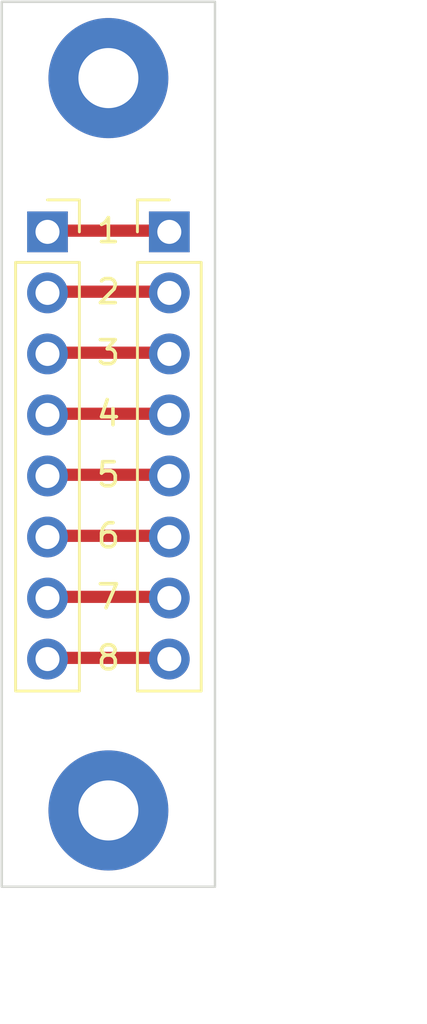
<source format=kicad_pcb>
(kicad_pcb (version 20211014) (generator pcbnew)
  (title_block (title "8PinHeader") (date "2022-09-13") (rev "1"))
  (layers (0 "F.Cu" signal) (31 "B.Cu" signal) (34 "B.Paste" user) (35 "F.Paste" user) (36 "B.SilkS" user "B.Silkscreen") (37 "F.SilkS" user "F.Silkscreen") (38 "B.Mask" user) (39 "F.Mask" user) (44 "Edge.Cuts" user))
  (net 0 "")
  (net 1 "Net-(J1-Pad1)")
  (net 2 "Net-(J1-Pad2)")
  (net 3 "Net-(J1-Pad3)")
  (net 4 "Net-(J1-Pad4)")
  (net 5 "Net-(J1-Pad5)")
  (net 6 "Net-(J1-Pad6)")
  (net 7 "Net-(J1-Pad7)")
  (net 8 "Net-(J1-Pad8)")
  (footprint "Connector_PinSocket_2.54mm:PinSocket_1x08_P2.54mm_Vertical" (layer "F.Cu") (at 142.24 76.25)
    (fp_text reference "J1" hide)
    (fp_text value "Socket" hide)
    (fp_line (start -1.33 1.27) (end -1.33 19.11) (layer "F.SilkS") (width 0.12))
    (fp_line (start 1.33 -1.33) (end 1.33 0) (layer "F.SilkS") (width 0.12))
    (fp_line (start -1.33 1.27) (end 1.33 1.27) (layer "F.SilkS") (width 0.12))
    (fp_line (start 1.33 1.27) (end 1.33 19.11) (layer "F.SilkS") (width 0.12))
    (fp_line (start 0 -1.33) (end 1.33 -1.33) (layer "F.SilkS") (width 0.12))
    (fp_line (start -1.33 19.11) (end 1.33 19.11) (layer "F.SilkS") (width 0.12))
    (pad "1" thru_hole rect (at 0 0) (size 1.7 1.7) (drill 1) (layers *.Cu *.Mask) (net 1 "Net-(J1-Pad1)"))
    (pad "2" thru_hole oval (at 0 2.54) (size 1.7 1.7) (drill 1) (layers *.Cu *.Mask) (net 2 "Net-(J1-Pad2)"))
    (pad "3" thru_hole oval (at 0 5.08) (size 1.7 1.7) (drill 1) (layers *.Cu *.Mask) (net 3 "Net-(J1-Pad3)"))
    (pad "4" thru_hole oval (at 0 7.62) (size 1.7 1.7) (drill 1) (layers *.Cu *.Mask) (net 4 "Net-(J1-Pad4)"))
    (pad "5" thru_hole oval (at 0 10.16) (size 1.7 1.7) (drill 1) (layers *.Cu *.Mask) (net 5 "Net-(J1-Pad5)"))
    (pad "6" thru_hole oval (at 0 12.7) (size 1.7 1.7) (drill 1) (layers *.Cu *.Mask) (net 6 "Net-(J1-Pad6)"))
    (pad "7" thru_hole oval (at 0 15.24) (size 1.7 1.7) (drill 1) (layers *.Cu *.Mask) (net 7 "Net-(J1-Pad7)"))
    (pad "8" thru_hole oval (at 0 17.78) (size 1.7 1.7) (drill 1) (layers *.Cu *.Mask) (net 8 "Net-(J1-Pad8)"))
  )
  (footprint "MountingHole:MountingHole_2.5mm_Pad" (layer "F.Cu") (at 144.78 100.33)
    (fp_text reference "REF**" hide)
    (fp_text value "MountingHole_2.5mm_Pad" hide)
    (pad "1" thru_hole circle locked (at 0 0) (size 5 5) (drill 2.5) (layers *.Cu *.Mask))
  )
  (footprint "MountingHole:MountingHole_2.5mm_Pad" (layer "F.Cu") (at 144.78 69.85)
    (fp_text reference "REF**" hide)
    (fp_text value "MountingHole_2.5mm_Pad" hide)
    (pad "1" thru_hole circle locked (at 0 0) (size 5 5) (drill 2.5) (layers *.Cu *.Mask))
  )
  (footprint "Connector_PinHeader_2.54mm:PinHeader_1x08_P2.54mm_Vertical" (layer "F.Cu") (at 147.32 76.25)
    (fp_text reference "J2" hide)
    (fp_text value "Header" hide)
    (fp_line (start -1.33 19.11) (end 1.33 19.11) (layer "F.SilkS") (width 0.12))
    (fp_line (start -1.33 0) (end -1.33 -1.33) (layer "F.SilkS") (width 0.12))
    (fp_line (start -1.33 -1.33) (end 0 -1.33) (layer "F.SilkS") (width 0.12))
    (fp_line (start 1.33 1.27) (end 1.33 19.11) (layer "F.SilkS") (width 0.12))
    (fp_line (start -1.33 1.27) (end 1.33 1.27) (layer "F.SilkS") (width 0.12))
    (fp_line (start -1.33 1.27) (end -1.33 19.11) (layer "F.SilkS") (width 0.12))
    (pad "1" thru_hole rect (at 0 0) (size 1.7 1.7) (drill 1) (layers *.Cu *.Mask) (net 1 "Net-(J1-Pad1)"))
    (pad "2" thru_hole oval (at 0 2.54) (size 1.7 1.7) (drill 1) (layers *.Cu *.Mask) (net 2 "Net-(J1-Pad2)"))
    (pad "3" thru_hole oval (at 0 5.08) (size 1.7 1.7) (drill 1) (layers *.Cu *.Mask) (net 3 "Net-(J1-Pad3)"))
    (pad "4" thru_hole oval (at 0 7.62) (size 1.7 1.7) (drill 1) (layers *.Cu *.Mask) (net 4 "Net-(J1-Pad4)"))
    (pad "5" thru_hole oval (at 0 10.16) (size 1.7 1.7) (drill 1) (layers *.Cu *.Mask) (net 5 "Net-(J1-Pad5)"))
    (pad "6" thru_hole oval (at 0 12.7) (size 1.7 1.7) (drill 1) (layers *.Cu *.Mask) (net 6 "Net-(J1-Pad6)"))
    (pad "7" thru_hole oval (at 0 15.24) (size 1.7 1.7) (drill 1) (layers *.Cu *.Mask) (net 7 "Net-(J1-Pad7)"))
    (pad "8" thru_hole oval (at 0 17.78) (size 1.7 1.7) (drill 1) (layers *.Cu *.Mask) (net 8 "Net-(J1-Pad8)"))
  )
  (gr_rect (start 140.335 66.675) (end 149.225 103.505) (layer "Edge.Cuts") (width 0.1) (fill none))
  (gr_text "3" (at 144.78 81.28) (layer "F.SilkS") (effects (font (size 1 1))))
  (gr_text "2" (at 144.78 78.74) (layer "F.SilkS") (effects (font (size 1 1))))
  (gr_text "5" (at 144.78 86.36) (layer "F.SilkS") (effects (font (size 1 1))))
  (gr_text "4" (at 144.78 83.82) (layer "F.SilkS") (effects (font (size 1 1))))
  (gr_text "7" (at 144.78 91.44) (layer "F.SilkS") (effects (font (size 1 1))))
  (gr_text "6" (at 144.78 88.9) (layer "F.SilkS") (effects (font (size 1 1))))
  (gr_text "1" (at 144.78 76.2) (layer "F.SilkS") (effects (font (size 1 1))))
  (gr_text "8" (at 144.78 93.98) (layer "F.SilkS") (effects (font (size 1 1))))
  (segment (start 142.24 76.2) (end 147.32 76.2) (width 0.508) (layer "F.Cu") (net 1))
  (segment (start 142.24 78.74) (end 147.32 78.74) (width 0.508) (layer "F.Cu") (net 2))
  (segment (start 142.24 81.28) (end 147.32 81.28) (width 0.508) (layer "F.Cu") (net 3))
  (segment (start 142.24 83.82) (end 147.32 83.82) (width 0.508) (layer "F.Cu") (net 4))
  (segment (start 142.24 86.36) (end 147.32 86.36) (width 0.508) (layer "F.Cu") (net 5))
  (segment (start 142.24 88.9) (end 147.32 88.9) (width 0.508) (layer "F.Cu") (net 6))
  (segment (start 142.24 91.44) (end 147.32 91.44) (width 0.508) (layer "F.Cu") (net 7))
  (segment (start 142.24 93.98) (end 147.32 93.98) (width 0.508) (layer "F.Cu") (net 8))
)
</source>
